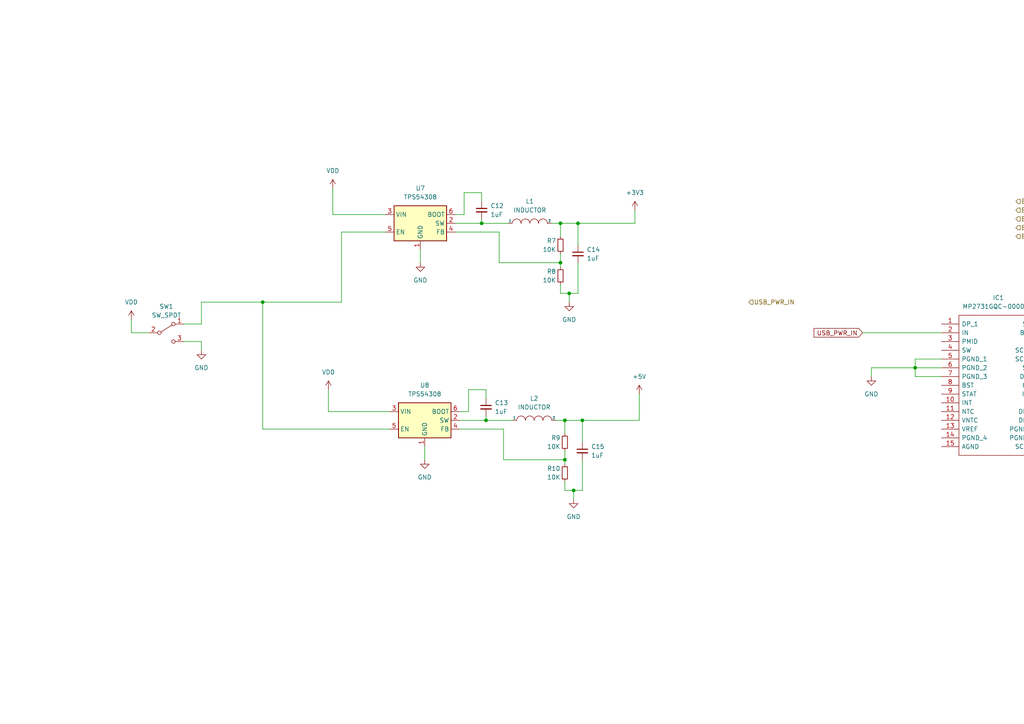
<source format=kicad_sch>
(kicad_sch (version 20211123) (generator eeschema)
  (paper "A4")
  (lib_symbols
    (symbol "Connector_Generic:Conn_01x02" (pin_names (offset 1.016) hide)
      (property "Reference" "J" (at 0 2.54 0))
      (property "Value" "Conn_01x02" (at 0 -5.08 0))
      (symbol "Conn_01x02_1_1"
        (rectangle (start -1.27 -2.413) (end 0 -2.667) (stroke (width 0.1524)))
        (rectangle (start -1.27 0.127) (end 0 -0.127) (stroke (width 0.1524)))
        (rectangle (start -1.27 1.27) (end 1.27 -3.81) (stroke (width 0.254)) (fill (type background)))
        (pin passive line (at -5.08 0 0) (length 3.81) (name "Pin_1") (number "1"))
        (pin passive line (at -5.08 -2.54 0) (length 3.81) (name "Pin_2") (number "2"))
      )
    )
    (symbol "Device:C_Small" (pin_numbers hide) (pin_names (offset 0.254) hide)
      (property "Reference" "C" (at 0.254 1.778 0))
      (property "Value" "C_Small" (at 0.254 -2.032 0))
      (symbol "C_Small_0_1"
        (polyline (pts (xy -1.524 -0.508) (xy 1.524 -0.508)) (stroke (width 0.3302)))
        (polyline (pts (xy -1.524 0.508) (xy 1.524 0.508)) (stroke (width 0.3048)))
      )
      (symbol "C_Small_1_1"
        (pin passive line (at 0 2.54 270) (length 2.032) (name "~") (number "1"))
        (pin passive line (at 0 -2.54 90) (length 2.032) (name "~") (number "2"))
      )
    )
    (symbol "Device:R_Small" (pin_numbers hide) (pin_names (offset 0.254) hide)
      (property "Reference" "R" (at 0.762 0.508 0))
      (property "Value" "R_Small" (at 0.762 -1.016 0))
      (symbol "R_Small_0_1"
        (rectangle (start -0.762 1.778) (end 0.762 -1.778) (stroke (width 0.2032)))
      )
      (symbol "R_Small_1_1"
        (pin passive line (at 0 2.54 270) (length 0.762) (name "~") (number "1"))
        (pin passive line (at 0 -2.54 90) (length 0.762) (name "~") (number "2"))
      )
    )
    (symbol "MP2731GQC-0000-Z:MP2731GQC-0000-Z" (pin_names (offset 0.762))
      (property "Reference" "IC" (at 29.21 7.62 0))
      (property "Value" "MP2731GQC-0000-Z" (at 29.21 5.08 0))
      (symbol "MP2731GQC-0000-Z_0_0"
        (pin passive line (at 0 0 0) (length 5.08) (name "DP_1") (number "1"))
        (pin passive line (at 0 -22.86 0) (length 5.08) (name "INT") (number "10"))
        (pin passive line (at 0 -25.4 0) (length 5.08) (name "NTC") (number "11"))
        (pin passive line (at 0 -27.94 0) (length 5.08) (name "VNTC") (number "12"))
        (pin passive line (at 0 -30.48 0) (length 5.08) (name "VREF") (number "13"))
        (pin passive line (at 0 -33.02 0) (length 5.08) (name "PGND_4") (number "14"))
        (pin passive line (at 0 -35.56 0) (length 5.08) (name "AGND") (number "15"))
        (pin passive line (at 33.02 0 180) (length 5.08) (name "SYS") (number "16"))
        (pin passive line (at 33.02 -2.54 180) (length 5.08) (name "BATT") (number "17"))
        (pin passive line (at 33.02 -5.08 180) (length 5.08) (name "~{CE}") (number "18"))
        (pin passive line (at 33.02 -7.62 180) (length 5.08) (name "SCL_1") (number "19"))
        (pin passive line (at 0 -2.54 0) (length 5.08) (name "IN") (number "2"))
        (pin passive line (at 33.02 -10.16 180) (length 5.08) (name "SCL_2") (number "20"))
        (pin passive line (at 33.02 -12.7 180) (length 5.08) (name "SDA") (number "21"))
        (pin passive line (at 33.02 -15.24 180) (length 5.08) (name "DISC") (number "22"))
        (pin passive line (at 33.02 -17.78 180) (length 5.08) (name "OTG") (number "23"))
        (pin passive line (at 33.02 -20.32 180) (length 5.08) (name "ILIM") (number "24"))
        (pin passive line (at 33.02 -22.86 180) (length 5.08) (name "DM") (number "25"))
        (pin passive line (at 33.02 -25.4 180) (length 5.08) (name "DP_2") (number "26"))
        (pin passive line (at 33.02 -27.94 180) (length 5.08) (name "DP_3") (number "27"))
        (pin passive line (at 33.02 -30.48 180) (length 5.08) (name "PGND_5") (number "28"))
        (pin passive line (at 33.02 -33.02 180) (length 5.08) (name "PGND_6") (number "29"))
        (pin passive line (at 0 -5.08 0) (length 5.08) (name "PMID") (number "3"))
        (pin passive line (at 33.02 -35.56 180) (length 5.08) (name "SCL_3") (number "30"))
        (pin passive line (at 0 -7.62 0) (length 5.08) (name "SW") (number "4"))
        (pin passive line (at 0 -10.16 0) (length 5.08) (name "PGND_1") (number "5"))
        (pin passive line (at 0 -12.7 0) (length 5.08) (name "PGND_2") (number "6"))
        (pin passive line (at 0 -15.24 0) (length 5.08) (name "PGND_3") (number "7"))
        (pin passive line (at 0 -17.78 0) (length 5.08) (name "BST") (number "8"))
        (pin passive line (at 0 -20.32 0) (length 5.08) (name "STAT") (number "9"))
      )
      (symbol "MP2731GQC-0000-Z_0_1"
        (polyline (pts (xy 5.08 2.54) (xy 27.94 2.54) (xy 27.94 -38.1) (xy 5.08 -38.1) (xy 5.08 2.54)) (stroke (width 0.1524)))
      )
    )
    (symbol "Regulator_Switching:TPS54308"
      (property "Reference" "U" (at -7.62 6.35 0))
      (property "Value" "TPS54308" (at 0 6.35 0))
      (symbol "TPS54308_0_1"
        (rectangle (start -7.62 5.08) (end 7.62 -5.08) (stroke (width 0.254)) (fill (type background)))
      )
      (symbol "TPS54308_1_1"
        (pin power_in line (at 0 -7.62 90) (length 2.54) (name "GND") (number "1"))
        (pin power_out line (at 10.16 0 180) (length 2.54) (name "SW") (number "2"))
        (pin power_in line (at -10.16 2.54 0) (length 2.54) (name "VIN") (number "3"))
        (pin input line (at 10.16 -2.54 180) (length 2.54) (name "FB") (number "4"))
        (pin input line (at -10.16 -2.54 0) (length 2.54) (name "EN") (number "5"))
        (pin passive line (at 10.16 2.54 180) (length 2.54) (name "BOOT") (number "6"))
      )
    )
    (symbol "Switch:SW_SPDT" (pin_names (offset 0) hide)
      (property "Reference" "SW" (at 0 4.318 0))
      (property "Value" "SW_SPDT" (at 0 -5.08 0))
      (symbol "SW_SPDT_0_0"
        (circle (center -2.032 0) (radius 0.508))
        (circle (center 2.032 -2.54) (radius 0.508))
      )
      (symbol "SW_SPDT_0_1"
        (polyline (pts (xy -1.524 0.254) (xy 1.651 2.286)))
        (circle (center 2.032 2.54) (radius 0.508))
      )
      (symbol "SW_SPDT_1_1"
        (pin passive line (at 5.08 2.54 180) (length 2.54) (name "A") (number "1"))
        (pin passive line (at -5.08 0 0) (length 2.54) (name "B") (number "2"))
        (pin passive line (at 5.08 -2.54 180) (length 2.54) (name "C") (number "3"))
      )
    )
    (symbol "power:+3V3" (power) (pin_names (offset 0))
      (property "Value" "+3V3" (at 0 3.556 0))
      (symbol "+3V3_0_1"
        (polyline (pts (xy -0.762 1.27) (xy 0 2.54)))
        (polyline (pts (xy 0 0) (xy 0 2.54)))
        (polyline (pts (xy 0 2.54) (xy 0.762 1.27)))
      )
      (symbol "+3V3_1_1"
        (pin power_in line (at 0 0 90) (length 0) hide (name "+3V3") (number "1"))
      )
    )
    (symbol "power:+5V" (power) (pin_names (offset 0))
      (property "Value" "+5V" (at 0 3.556 0))
      (symbol "+5V_0_1"
        (polyline (pts (xy -0.762 1.27) (xy 0 2.54)))
        (polyline (pts (xy 0 0) (xy 0 2.54)))
        (polyline (pts (xy 0 2.54) (xy 0.762 1.27)))
      )
      (symbol "+5V_1_1"
        (pin power_in line (at 0 0 90) (length 0) hide (name "+5V") (number "1"))
      )
    )
    (symbol "power:+BATT" (power) (pin_names (offset 0))
      (property "Value" "+BATT" (at 0 3.556 0))
      (symbol "+BATT_0_1"
        (polyline (pts (xy -0.762 1.27) (xy 0 2.54)))
        (polyline (pts (xy 0 0) (xy 0 2.54)))
        (polyline (pts (xy 0 2.54) (xy 0.762 1.27)))
      )
      (symbol "+BATT_1_1"
        (pin power_in line (at 0 0 90) (length 0) hide (name "+BATT") (number "1"))
      )
    )
    (symbol "power:GND" (power) (pin_names (offset 0))
      (property "Value" "GND" (at 0 -3.81 0))
      (symbol "GND_0_1"
        (polyline (pts (xy 0 0) (xy 0 -1.27) (xy 1.27 -1.27) (xy 0 -2.54) (xy -1.27 -1.27) (xy 0 -1.27)))
      )
      (symbol "GND_1_1"
        (pin power_in line (at 0 0 270) (length 0) hide (name "GND") (number "1"))
      )
    )
    (symbol "power:PWR_FLAG" (power) (pin_numbers hide) (pin_names (offset 0) hide)
      (property "Value" "PWR_FLAG" (at 0 3.81 0))
      (symbol "PWR_FLAG_0_0"
        (pin power_out line (at 0 0 90) (length 0) (name "pwr") (number "1"))
      )
      (symbol "PWR_FLAG_0_1"
        (polyline (pts (xy 0 0) (xy 0 1.27) (xy -1.016 1.905) (xy 0 2.54) (xy 1.016 1.905) (xy 0 1.27)))
      )
    )
    (symbol "power:VDD" (power) (pin_names (offset 0))
      (property "Value" "VDD" (at 0 3.81 0))
      (symbol "VDD_0_1"
        (polyline (pts (xy -0.762 1.27) (xy 0 2.54)))
        (polyline (pts (xy 0 0) (xy 0 2.54)))
        (polyline (pts (xy 0 2.54) (xy 0.762 1.27)))
      )
      (symbol "VDD_1_1"
        (pin power_in line (at 0 0 90) (length 0) hide (name "VDD") (number "1"))
      )
    )
    (symbol "pspice:INDUCTOR" (pin_numbers hide) (pin_names (offset 0))
      (property "Reference" "L" (at 0 2.54 0))
      (property "Value" "INDUCTOR" (at 0 -1.27 0))
      (symbol "INDUCTOR_0_1"
        (arc (start -2.54 0) (mid -3.81 1.27) (end -5.08 0))
        (arc (start 0 0) (mid -1.27 1.27) (end -2.54 0))
        (arc (start 2.54 0) (mid 1.27 1.27) (end 0 0))
        (arc (start 5.08 0) (mid 3.81 1.27) (end 2.54 0))
      )
      (symbol "INDUCTOR_1_1"
        (pin input line (at -6.35 0 0) (length 1.27) (name "1") (number "1"))
        (pin input line (at 6.35 0 180) (length 1.27) (name "2") (number "2"))
      )
    )
  )
  (junction (at 140.97 121.92))
  (junction (at 162.56 64.77))
  (junction (at 139.7 64.77))
  (junction (at 167.64 64.77))
  (junction (at 265.43 106.68))
  (junction (at 163.83 133.35))
  (junction (at 162.56 76.2))
  (junction (at 309.88 125.73))
  (junction (at 379.73 111.76))
  (junction (at 165.1 85.09))
  (junction (at 166.37 142.24))
  (junction (at 76.2 87.63))
  (junction (at 168.91 121.92))
  (junction (at 163.83 121.92))
  (wire (pts (xy 132.08 62.23) (xy 134.62 62.23)))
  (wire (pts (xy 166.37 142.24) (xy 166.37 144.78)))
  (wire (pts (xy 121.92 72.39) (xy 121.92 76.2)))
  (wire (pts (xy 306.07 129.54) (xy 326.39 129.54)))
  (wire (pts (xy 306.07 101.6) (xy 326.39 101.6)))
  (wire (pts (xy 379.73 111.76) (xy 379.73 106.68)))
  (wire (pts (xy 167.64 76.2) (xy 167.64 85.09)))
  (wire (pts (xy 135.89 119.38) (xy 135.89 113.03)))
  (wire (pts (xy 140.97 113.03) (xy 140.97 115.57)))
  (wire (pts (xy 265.43 104.14) (xy 265.43 106.68)))
  (wire (pts (xy 43.18 96.52) (xy 38.1 96.52)))
  (wire (pts (xy 162.56 73.66) (xy 162.56 76.2)))
  (wire (pts (xy 163.83 121.92) (xy 161.29 121.92)))
  (wire (pts (xy 135.89 113.03) (xy 140.97 113.03)))
  (wire (pts (xy 167.64 71.12) (xy 167.64 64.77)))
  (wire (pts (xy 166.37 142.24) (xy 163.83 142.24)))
  (wire (pts (xy 139.7 64.77) (xy 147.32 64.77)))
  (wire (pts (xy 76.2 87.63) (xy 58.42 87.63)))
  (wire (pts (xy 162.56 64.77) (xy 160.02 64.77)))
  (wire (pts (xy 163.83 130.81) (xy 163.83 133.35)))
  (wire (pts (xy 144.78 67.31) (xy 144.78 76.2)))
  (wire (pts (xy 99.06 67.31) (xy 111.76 67.31)))
  (wire (pts (xy 265.43 106.68) (xy 265.43 109.22)))
  (wire (pts (xy 38.1 96.52) (xy 38.1 92.71)))
  (wire (pts (xy 388.62 114.3) (xy 374.65 114.3)))
  (wire (pts (xy 309.88 125.73) (xy 317.5 125.73)))
  (wire (pts (xy 134.62 62.23) (xy 134.62 55.88)))
  (wire (pts (xy 133.35 121.92) (xy 140.97 121.92)))
  (wire (pts (xy 168.91 128.27) (xy 168.91 121.92)))
  (wire (pts (xy 306.07 111.76) (xy 326.39 111.76)))
  (wire (pts (xy 58.42 99.06) (xy 58.42 101.6)))
  (wire (pts (xy 123.19 129.54) (xy 123.19 133.35)))
  (wire (pts (xy 306.07 124.46) (xy 309.88 124.46)))
  (wire (pts (xy 96.52 62.23) (xy 111.76 62.23)))
  (wire (pts (xy 133.35 124.46) (xy 146.05 124.46)))
  (wire (pts (xy 162.56 76.2) (xy 162.56 77.47)))
  (wire (pts (xy 162.56 85.09) (xy 162.56 82.55)))
  (wire (pts (xy 168.91 142.24) (xy 166.37 142.24)))
  (wire (pts (xy 265.43 109.22) (xy 273.05 109.22)))
  (wire (pts (xy 184.15 60.96) (xy 184.15 64.77)))
  (wire (pts (xy 309.88 124.46) (xy 309.88 125.73)))
  (wire (pts (xy 95.25 113.03) (xy 95.25 119.38)))
  (wire (pts (xy 76.2 124.46) (xy 113.03 124.46)))
  (wire (pts (xy 167.64 85.09) (xy 165.1 85.09)))
  (wire (pts (xy 140.97 120.65) (xy 140.97 121.92)))
  (wire (pts (xy 168.91 121.92) (xy 163.83 121.92)))
  (wire (pts (xy 167.64 64.77) (xy 162.56 64.77)))
  (wire (pts (xy 58.42 87.63) (xy 58.42 93.98)))
  (wire (pts (xy 250.19 96.52) (xy 273.05 96.52)))
  (wire (pts (xy 134.62 55.88) (xy 139.7 55.88)))
  (wire (pts (xy 163.83 133.35) (xy 163.83 134.62)))
  (wire (pts (xy 252.73 106.68) (xy 252.73 109.22)))
  (wire (pts (xy 163.83 142.24) (xy 163.83 139.7)))
  (wire (pts (xy 370.84 111.76) (xy 379.73 111.76)))
  (wire (pts (xy 265.43 106.68) (xy 273.05 106.68)))
  (wire (pts (xy 132.08 64.77) (xy 139.7 64.77)))
  (wire (pts (xy 306.07 104.14) (xy 326.39 104.14)))
  (wire (pts (xy 139.7 63.5) (xy 139.7 64.77)))
  (wire (pts (xy 165.1 85.09) (xy 165.1 87.63)))
  (wire (pts (xy 370.84 106.68) (xy 370.84 111.76)))
  (wire (pts (xy 99.06 67.31) (xy 99.06 87.63)))
  (wire (pts (xy 140.97 121.92) (xy 148.59 121.92)))
  (wire (pts (xy 139.7 55.88) (xy 139.7 58.42)))
  (wire (pts (xy 168.91 121.92) (xy 185.42 121.92)))
  (wire (pts (xy 76.2 124.46) (xy 76.2 87.63)))
  (wire (pts (xy 146.05 124.46) (xy 146.05 133.35)))
  (wire (pts (xy 99.06 87.63) (xy 76.2 87.63)))
  (wire (pts (xy 388.62 111.76) (xy 379.73 111.76)))
  (wire (pts (xy 58.42 93.98) (xy 53.34 93.98)))
  (wire (pts (xy 309.88 125.73) (xy 309.88 127)))
  (wire (pts (xy 265.43 106.68) (xy 252.73 106.68)))
  (wire (pts (xy 96.52 54.61) (xy 96.52 62.23)))
  (wire (pts (xy 162.56 68.58) (xy 162.56 64.77)))
  (wire (pts (xy 168.91 133.35) (xy 168.91 142.24)))
  (wire (pts (xy 185.42 114.3) (xy 185.42 121.92)))
  (wire (pts (xy 273.05 104.14) (xy 265.43 104.14)))
  (wire (pts (xy 53.34 99.06) (xy 58.42 99.06)))
  (wire (pts (xy 95.25 119.38) (xy 113.03 119.38)))
  (wire (pts (xy 132.08 67.31) (xy 144.78 67.31)))
  (wire (pts (xy 133.35 119.38) (xy 135.89 119.38)))
  (wire (pts (xy 144.78 76.2) (xy 162.56 76.2)))
  (wire (pts (xy 163.83 125.73) (xy 163.83 121.92)))
  (wire (pts (xy 309.88 127) (xy 306.07 127)))
  (wire (pts (xy 146.05 133.35) (xy 163.83 133.35)))
  (wire (pts (xy 165.1 85.09) (xy 162.56 85.09)))
  (wire (pts (xy 167.64 64.77) (xy 184.15 64.77)))
  (global_label "BAT_I2C_SCL" (shape input) (at 326.39 104.14 0) (property "Intersheet References" "${INTERSHEET_REFS}" (effects hide)))
  (global_label "BAT_OTG" (shape input) (at 326.39 111.76 0) (property "Intersheet References" "${INTERSHEET_REFS}" (effects hide)))
  (global_label "BAT_I2C_SCL" (shape input) (at 326.39 129.54 0) (property "Intersheet References" "${INTERSHEET_REFS}" (effects hide)))
  (global_label "BAT_I2C_SCL" (shape input) (at 326.39 101.6 0) (property "Intersheet References" "${INTERSHEET_REFS}" (effects hide)))
  (global_label "USB_PWR_IN" (shape input) (at 250.19 96.52 180) (property "Intersheet References" "${INTERSHEET_REFS}" (effects hide)))
  (hierarchical_label "BAT_OTG" (shape input) (at 294.64 63.5 0))
  (hierarchical_label "BAT_SCL" (shape input) (at 294.64 58.42 0))
  (hierarchical_label "BAT_SDA" (shape input) (at 294.64 60.96 0))
  (hierarchical_label "BAT_INT" (shape input) (at 294.64 68.58 0))
  (hierarchical_label "USB_PWR_IN" (shape input) (at 217.17 87.63 0))
  (hierarchical_label "BAT_nCE" (shape input) (at 294.64 66.04 0))
  (symbol (lib_id "pspice:INDUCTOR") (at 153.67 64.77 0) (unit 1)
    (property "Reference" "L1" (at 153.67 58.42 0))
    (property "Value" "INDUCTOR" (at 153.67 60.96 0))
  )
  (symbol (lib_id "power:VDD") (at 38.1 92.71 0) (unit 1)
    (property "Reference" "#PWR041" (effects hide))
    (property "Value" "VDD" (at 38.1 87.63 0))
  )
  (symbol (lib_id "Device:R_Small") (at 163.83 128.27 0) (mirror x) (unit 1)
    (property "Reference" "R9" (at 162.56 127 0) (effects (justify right)))
    (property "Value" "10K" (at 162.56 129.54 0) (effects (justify right)))
    (property "Footprint" "Resistor_SMD:R_0402_1005Metric_Pad0.72x0.64mm_HandSolder" (effects hide))
  )
  (symbol (lib_id "Device:C_Small") (at 140.97 118.11 0) (unit 1)
    (property "Reference" "C13" (at 143.51 116.8462 0) (effects (justify left)))
    (property "Value" "1uF" (at 143.51 119.3862 0) (effects (justify left)))
    (property "Footprint" "Capacitor_SMD:C_0402_1005Metric_Pad0.74x0.62mm_HandSolder" (effects hide))
  )
  (symbol (lib_id "power:GND") (at 123.19 133.35 0) (unit 1)
    (property "Reference" "#PWR046" (effects hide))
    (property "Value" "GND" (at 123.19 138.43 0))
  )
  (symbol (lib_id "Device:R_Small") (at 162.56 71.12 0) (mirror x) (unit 1)
    (property "Reference" "R7" (at 161.29 69.85 0) (effects (justify right)))
    (property "Value" "10K" (at 161.29 72.39 0) (effects (justify right)))
    (property "Footprint" "Resistor_SMD:R_0402_1005Metric_Pad0.72x0.64mm_HandSolder" (effects hide))
  )
  (symbol (lib_id "power:+3V3") (at 184.15 60.96 0) (unit 1)
    (property "Reference" "#PWR049" (effects hide))
    (property "Value" "+3V3" (at 184.15 55.88 0))
  )
  (symbol (lib_id "power:+BATT") (at 379.73 106.68 0) (mirror y) (unit 1)
    (property "Reference" "#PWR054" (effects hide))
    (property "Value" "+BATT" (at 379.73 101.6 0))
  )
  (symbol (lib_id "Device:C_Small") (at 167.64 73.66 0) (unit 1)
    (property "Reference" "C14" (at 170.18 72.3962 0) (effects (justify left)))
    (property "Value" "1uF" (at 170.18 74.9362 0) (effects (justify left)))
    (property "Footprint" "Capacitor_SMD:C_0402_1005Metric_Pad0.74x0.62mm_HandSolder" (effects hide))
  )
  (symbol (lib_id "power:GND") (at 58.42 101.6 0) (unit 1)
    (property "Reference" "#PWR042" (effects hide))
    (property "Value" "GND" (at 58.42 106.68 0))
  )
  (symbol (lib_id "Device:C_Small") (at 139.7 60.96 0) (unit 1)
    (property "Reference" "C12" (at 142.24 59.6962 0) (effects (justify left)))
    (property "Value" "1uF" (at 142.24 62.2362 0) (effects (justify left)))
    (property "Footprint" "Capacitor_SMD:C_0402_1005Metric_Pad0.74x0.62mm_HandSolder" (effects hide))
  )
  (symbol (lib_id "power:GND") (at 165.1 87.63 0) (unit 1)
    (property "Reference" "#PWR047" (effects hide))
    (property "Value" "GND" (at 165.1 92.71 0))
  )
  (symbol (lib_id "Regulator_Switching:TPS54308") (at 123.19 121.92 0) (unit 1)
    (property "Reference" "U8" (at 123.19 111.76 0))
    (property "Value" "TPS54308" (at 123.19 114.3 0))
    (property "Footprint" "Package_TO_SOT_SMD:SOT-23-6" (effects hide))
    (property "Datasheet" "http://www.ti.com/lit/ds/symlink/tps54308.pdf" (effects hide))
  )
  (symbol (lib_id "power:GND") (at 166.37 144.78 0) (unit 1)
    (property "Reference" "#PWR048" (effects hide))
    (property "Value" "GND" (at 166.37 149.86 0))
  )
  (symbol (lib_id "Switch:SW_SPDT") (at 48.26 96.52 0) (unit 1)
    (property "Reference" "SW1" (at 48.26 88.9 0))
    (property "Value" "SW_SPDT" (at 48.26 91.44 0))
  )
  (symbol (lib_id "power:GND") (at 317.5 125.73 90) (unit 1)
    (property "Reference" "#PWR052" (effects hide))
    (property "Value" "GND" (at 321.31 125.7299 90) (effects (justify right)))
  )
  (symbol (lib_id "power:VDD") (at 95.25 113.03 0) (unit 1)
    (property "Reference" "#PWR043" (effects hide))
    (property "Value" "VDD" (at 95.25 107.95 0))
  )
  (symbol (lib_id "power:GND") (at 374.65 114.3 270) (mirror x) (unit 1)
    (property "Reference" "#PWR053" (effects hide))
    (property "Value" "GND" (at 370.84 114.2999 90) (effects (justify right)))
  )
  (symbol (lib_id "Device:R_Small") (at 163.83 137.16 0) (mirror x) (unit 1)
    (property "Reference" "R10" (at 162.56 135.89 0) (effects (justify right)))
    (property "Value" "10K" (at 162.56 138.43 0) (effects (justify right)))
    (property "Footprint" "Resistor_SMD:R_0402_1005Metric_Pad0.72x0.64mm_HandSolder" (effects hide))
  )
  (symbol (lib_id "power:VDD") (at 96.52 54.61 0) (unit 1)
    (property "Reference" "#PWR044" (effects hide))
    (property "Value" "VDD" (at 96.52 49.53 0))
  )
  (symbol (lib_id "Device:R_Small") (at 162.56 80.01 0) (mirror x) (unit 1)
    (property "Reference" "R8" (at 161.29 78.74 0) (effects (justify right)))
    (property "Value" "10K" (at 161.29 81.28 0) (effects (justify right)))
    (property "Footprint" "Resistor_SMD:R_0402_1005Metric_Pad0.72x0.64mm_HandSolder" (effects hide))
  )
  (symbol (lib_id "Device:C_Small") (at 168.91 130.81 0) (unit 1)
    (property "Reference" "C15" (at 171.45 129.5462 0) (effects (justify left)))
    (property "Value" "1uF" (at 171.45 132.0862 0) (effects (justify left)))
    (property "Footprint" "Capacitor_SMD:C_0402_1005Metric_Pad0.74x0.62mm_HandSolder" (effects hide))
  )
  (symbol (lib_id "power:+5V") (at 185.42 114.3 0) (unit 1)
    (property "Reference" "#PWR050" (effects hide))
    (property "Value" "+5V" (at 185.42 109.22 0))
  )
  (symbol (lib_id "Regulator_Switching:TPS54308") (at 121.92 64.77 0) (unit 1)
    (property "Reference" "U7" (at 121.92 54.61 0))
    (property "Value" "TPS54308" (at 121.92 57.15 0))
    (property "Footprint" "Package_TO_SOT_SMD:SOT-23-6" (effects hide))
    (property "Datasheet" "http://www.ti.com/lit/ds/symlink/tps54308.pdf" (effects hide))
  )
  (symbol (lib_id "MP2731GQC-0000-Z:MP2731GQC-0000-Z") (at 273.05 93.98 0) (unit 1)
    (property "Reference" "IC1" (at 289.56 86.36 0))
    (property "Value" "MP2731GQC-0000-Z" (at 289.56 88.9 0))
    (property "Footprint" "footprints:MP2731GQC0000Z" (effects hide))
    (property "Datasheet" "https://www.monolithicpower.com/en/documentview/productdocument/index/version/2/document_type/Datasheet/lang/en/sku/MP2731GQC/document_id/6814/" (effects hide))
    (property "Description" "PDA\\'s, Portable Audio/Video, Smartphones PMIC 26-QFN (3.5x3.5)" (effects hide))
    (property "Height" "1" (effects hide))
    (property "Manufacturer_Name" "Monolithic Power Systems (MPS)" (effects hide))
    (property "Manufacturer_Part_Number" "MP2731GQC-0000-Z" (effects hide))
  )
  (symbol (lib_id "Connector_Generic:Conn_01x02") (at 393.7 111.76 0) (unit 1)
    (property "Reference" "BAT1" (at 393.7 105.41 0))
    (property "Value" "Conn_01x02" (at 393.7 107.95 0))
    (property "Footprint" "Connector_PinSocket_2.54mm:PinSocket_1x02_P2.54mm_Vertical" (effects hide))
  )
  (symbol (lib_id "power:GND") (at 121.92 76.2 0) (unit 1)
    (property "Reference" "#PWR045" (effects hide))
    (property "Value" "GND" (at 121.92 81.28 0))
  )
  (symbol (lib_id "power:GND") (at 252.73 109.22 0) (unit 1)
    (property "Reference" "#PWR051" (effects hide))
    (property "Value" "GND" (at 252.73 114.3 0))
  )
  (symbol (lib_id "pspice:INDUCTOR") (at 154.94 121.92 0) (unit 1)
    (property "Reference" "L2" (at 154.94 115.57 0))
    (property "Value" "INDUCTOR" (at 154.94 118.11 0))
  )
  (symbol (lib_id "power:PWR_FLAG") (at 370.84 106.68 0) (mirror y) (unit 1)
    (property "Reference" "#FLG01" (effects hide))
    (property "Value" "PWR_FLAG" (at 370.84 101.6 0))
  )
)
</source>
